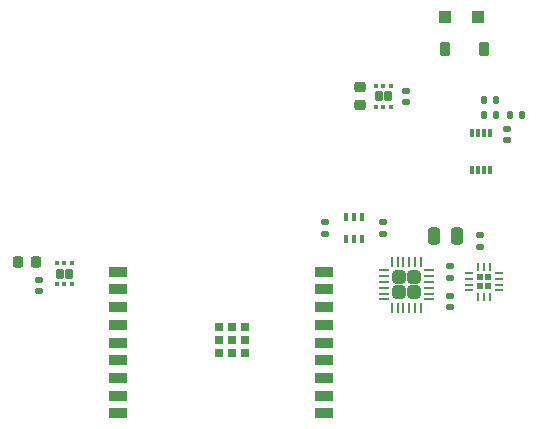
<source format=gbr>
%TF.GenerationSoftware,KiCad,Pcbnew,7.0.7*%
%TF.CreationDate,2024-03-08T01:12:17-05:00*%
%TF.ProjectId,ESP32Sensor-Sensor_board,45535033-3253-4656-9e73-6f722d53656e,rev?*%
%TF.SameCoordinates,Original*%
%TF.FileFunction,Paste,Bot*%
%TF.FilePolarity,Positive*%
%FSLAX46Y46*%
G04 Gerber Fmt 4.6, Leading zero omitted, Abs format (unit mm)*
G04 Created by KiCad (PCBNEW 7.0.7) date 2024-03-08 01:12:17*
%MOMM*%
%LPD*%
G01*
G04 APERTURE LIST*
G04 Aperture macros list*
%AMRoundRect*
0 Rectangle with rounded corners*
0 $1 Rounding radius*
0 $2 $3 $4 $5 $6 $7 $8 $9 X,Y pos of 4 corners*
0 Add a 4 corners polygon primitive as box body*
4,1,4,$2,$3,$4,$5,$6,$7,$8,$9,$2,$3,0*
0 Add four circle primitives for the rounded corners*
1,1,$1+$1,$2,$3*
1,1,$1+$1,$4,$5*
1,1,$1+$1,$6,$7*
1,1,$1+$1,$8,$9*
0 Add four rect primitives between the rounded corners*
20,1,$1+$1,$2,$3,$4,$5,0*
20,1,$1+$1,$4,$5,$6,$7,0*
20,1,$1+$1,$6,$7,$8,$9,0*
20,1,$1+$1,$8,$9,$2,$3,0*%
G04 Aperture macros list end*
%ADD10RoundRect,0.250000X-0.250000X-0.475000X0.250000X-0.475000X0.250000X0.475000X-0.250000X0.475000X0*%
%ADD11RoundRect,0.250000X0.300000X0.300000X-0.300000X0.300000X-0.300000X-0.300000X0.300000X-0.300000X0*%
%ADD12RoundRect,0.135000X-0.185000X0.135000X-0.185000X-0.135000X0.185000X-0.135000X0.185000X0.135000X0*%
%ADD13R,0.400000X0.650000*%
%ADD14RoundRect,0.135000X-0.135000X-0.185000X0.135000X-0.185000X0.135000X0.185000X-0.135000X0.185000X0*%
%ADD15RoundRect,0.172500X-0.172500X0.262500X-0.172500X-0.262500X0.172500X-0.262500X0.172500X0.262500X0*%
%ADD16RoundRect,0.093750X-0.106250X0.093750X-0.106250X-0.093750X0.106250X-0.093750X0.106250X0.093750X0*%
%ADD17RoundRect,0.135000X0.135000X0.185000X-0.135000X0.185000X-0.135000X-0.185000X0.135000X-0.185000X0*%
%ADD18RoundRect,0.140000X0.170000X-0.140000X0.170000X0.140000X-0.170000X0.140000X-0.170000X-0.140000X0*%
%ADD19RoundRect,0.145000X-0.145000X0.145000X-0.145000X-0.145000X0.145000X-0.145000X0.145000X0.145000X0*%
%ADD20RoundRect,0.062500X-0.062500X0.275000X-0.062500X-0.275000X0.062500X-0.275000X0.062500X0.275000X0*%
%ADD21RoundRect,0.062500X-0.275000X0.062500X-0.275000X-0.062500X0.275000X-0.062500X0.275000X0.062500X0*%
%ADD22RoundRect,0.225000X0.225000X0.375000X-0.225000X0.375000X-0.225000X-0.375000X0.225000X-0.375000X0*%
%ADD23R,0.300000X0.800000*%
%ADD24RoundRect,0.225000X-0.250000X0.225000X-0.250000X-0.225000X0.250000X-0.225000X0.250000X0.225000X0*%
%ADD25RoundRect,0.140000X-0.170000X0.140000X-0.170000X-0.140000X0.170000X-0.140000X0.170000X0.140000X0*%
%ADD26R,1.500000X0.900000*%
%ADD27R,0.700000X0.700000*%
%ADD28RoundRect,0.250000X-0.315000X0.315000X-0.315000X-0.315000X0.315000X-0.315000X0.315000X0.315000X0*%
%ADD29RoundRect,0.062500X-0.062500X0.350000X-0.062500X-0.350000X0.062500X-0.350000X0.062500X0.350000X0*%
%ADD30RoundRect,0.062500X-0.350000X0.062500X-0.350000X-0.062500X0.350000X-0.062500X0.350000X0.062500X0*%
%ADD31RoundRect,0.225000X0.225000X0.250000X-0.225000X0.250000X-0.225000X-0.250000X0.225000X-0.250000X0*%
G04 APERTURE END LIST*
D10*
%TO.C,C1*%
X18050000Y-7175000D03*
X19950000Y-7175000D03*
%TD*%
D11*
%TO.C,CR2*%
X21800000Y11400000D03*
X19000000Y11400000D03*
%TD*%
D12*
%TO.C,R1*%
X19400000Y-9690000D03*
X19400000Y-10710000D03*
%TD*%
D13*
%TO.C,U10*%
X11900000Y-7450000D03*
X11250000Y-7450000D03*
X10600000Y-7450000D03*
X10600000Y-5550000D03*
X11250000Y-5550000D03*
X11900000Y-5550000D03*
%TD*%
D14*
%TO.C,R21*%
X22290000Y3100000D03*
X23310000Y3100000D03*
%TD*%
D15*
%TO.C,U14*%
X-12850000Y-10356250D03*
X-13650000Y-10356250D03*
D16*
X-13900000Y-9468750D03*
X-13250000Y-9468750D03*
X-12600000Y-9468750D03*
X-12600000Y-11243750D03*
X-13250000Y-11243750D03*
X-13900000Y-11243750D03*
%TD*%
D12*
%TO.C,R18*%
X8800000Y-5990000D03*
X8800000Y-7010000D03*
%TD*%
D15*
%TO.C,U11*%
X14150000Y4650000D03*
X13350000Y4650000D03*
D16*
X13100000Y5537500D03*
X13750000Y5537500D03*
X14400000Y5537500D03*
X14400000Y3762500D03*
X13750000Y3762500D03*
X13100000Y3762500D03*
%TD*%
D17*
%TO.C,R17*%
X25510000Y3100000D03*
X24490000Y3100000D03*
%TD*%
D18*
%TO.C,C29*%
X-15400000Y-11830000D03*
X-15400000Y-10870000D03*
%TD*%
D19*
%TO.C,U8*%
X22620000Y-10677500D03*
X21900000Y-10677500D03*
X22620000Y-11397500D03*
X21900000Y-11397500D03*
D20*
X21760000Y-9775000D03*
X22260000Y-9775000D03*
X22760000Y-9775000D03*
D21*
X23522500Y-10287500D03*
X23522500Y-10787500D03*
X23522500Y-11287500D03*
X23522500Y-11787500D03*
D20*
X22760000Y-12300000D03*
X22260000Y-12300000D03*
X21760000Y-12300000D03*
D21*
X20997500Y-11787500D03*
X20997500Y-11287500D03*
X20997500Y-10787500D03*
X20997500Y-10287500D03*
%TD*%
D22*
%TO.C,CR3*%
X22250000Y8700000D03*
X18950000Y8700000D03*
%TD*%
D23*
%TO.C,U12*%
X22750000Y-1550000D03*
X22250000Y-1550000D03*
X21750000Y-1550000D03*
X21250000Y-1550000D03*
X21250000Y1550000D03*
X21750000Y1550000D03*
X22250000Y1550000D03*
X22750000Y1550000D03*
%TD*%
D24*
%TO.C,C25*%
X11750000Y5425000D03*
X11750000Y3875000D03*
%TD*%
D25*
%TO.C,C20*%
X21900000Y-7120000D03*
X21900000Y-8080000D03*
%TD*%
D12*
%TO.C,R19*%
X13700000Y-5990000D03*
X13700000Y-7010000D03*
%TD*%
D26*
%TO.C,U9*%
X-8750000Y-22200000D03*
X-8750000Y-20700000D03*
X-8750000Y-19200000D03*
X-8750000Y-17700000D03*
X-8750000Y-16200000D03*
X-8750000Y-14700000D03*
X-8750000Y-13200000D03*
X-8750000Y-11700000D03*
X-8750000Y-10200000D03*
X8750000Y-10200000D03*
X8750000Y-11700000D03*
X8750000Y-13200000D03*
X8750000Y-14700000D03*
X8750000Y-16200000D03*
X8750000Y-17700000D03*
X8750000Y-19200000D03*
X8750000Y-20700000D03*
X8750000Y-22200000D03*
D27*
X-140000Y-17100000D03*
X960000Y-17100000D03*
X2060000Y-17100000D03*
X-140000Y-16000000D03*
X960000Y-16000000D03*
X2060000Y-16000000D03*
X-140000Y-14900000D03*
X960000Y-14900000D03*
X2060000Y-14900000D03*
%TD*%
D18*
%TO.C,C21*%
X24250000Y945000D03*
X24250000Y1905000D03*
%TD*%
%TO.C,C24*%
X15700000Y4170000D03*
X15700000Y5130000D03*
%TD*%
D25*
%TO.C,C19*%
X19400000Y-12220000D03*
X19400000Y-13180000D03*
%TD*%
D28*
%TO.C,U15*%
X16350000Y-10650000D03*
X15050000Y-10650000D03*
X16350000Y-11950000D03*
X15050000Y-11950000D03*
D29*
X14450000Y-9362500D03*
X14950000Y-9362500D03*
X15450000Y-9362500D03*
X15950000Y-9362500D03*
X16450000Y-9362500D03*
X16950000Y-9362500D03*
D30*
X17637500Y-10050000D03*
X17637500Y-10550000D03*
X17637500Y-11050000D03*
X17637500Y-11550000D03*
X17637500Y-12050000D03*
X17637500Y-12550000D03*
D29*
X16950000Y-13237500D03*
X16450000Y-13237500D03*
X15950000Y-13237500D03*
X15450000Y-13237500D03*
X14950000Y-13237500D03*
X14450000Y-13237500D03*
D30*
X13762500Y-12550000D03*
X13762500Y-12050000D03*
X13762500Y-11550000D03*
X13762500Y-11050000D03*
X13762500Y-10550000D03*
X13762500Y-10050000D03*
%TD*%
D14*
%TO.C,R20*%
X22240000Y4350000D03*
X23260000Y4350000D03*
%TD*%
D31*
%TO.C,C30*%
X-15625000Y-9400000D03*
X-17175000Y-9400000D03*
%TD*%
M02*

</source>
